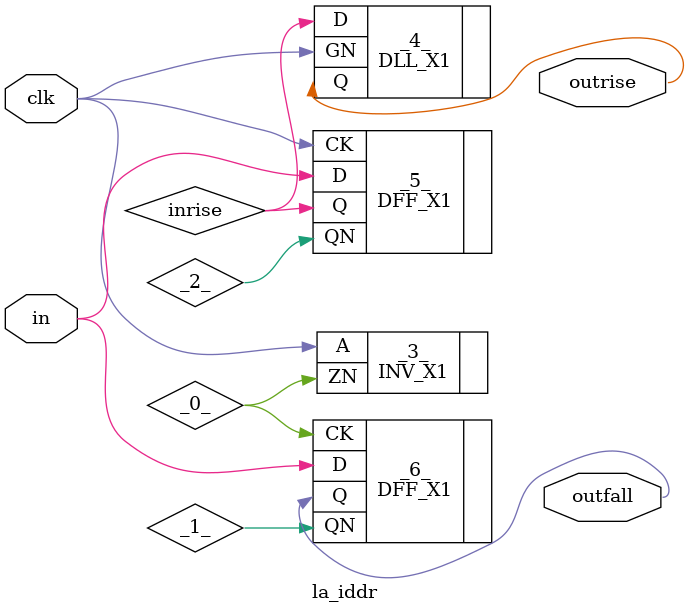
<source format=v>

/* Generated by Yosys 0.37 (git sha1 a5c7f69ed, clang 14.0.0-1ubuntu1.1 -fPIC -Os) */

module la_iddr(clk, in, outrise, outfall);
  wire _0_;
  wire _1_;
  wire _2_;
  input clk;
  wire clk;
  input in;
  wire in;
  wire inrise;
  output outfall;
  wire outfall;
  output outrise;
  wire outrise;
  INV_X1 _3_ (
    .A(clk),
    .ZN(_0_)
  );
  DLL_X1 _4_ (
    .D(inrise),
    .GN(clk),
    .Q(outrise)
  );
  DFF_X1 _5_ (
    .CK(clk),
    .D(in),
    .Q(inrise),
    .QN(_2_)
  );
  DFF_X1 _6_ (
    .CK(_0_),
    .D(in),
    .Q(outfall),
    .QN(_1_)
  );
endmodule

</source>
